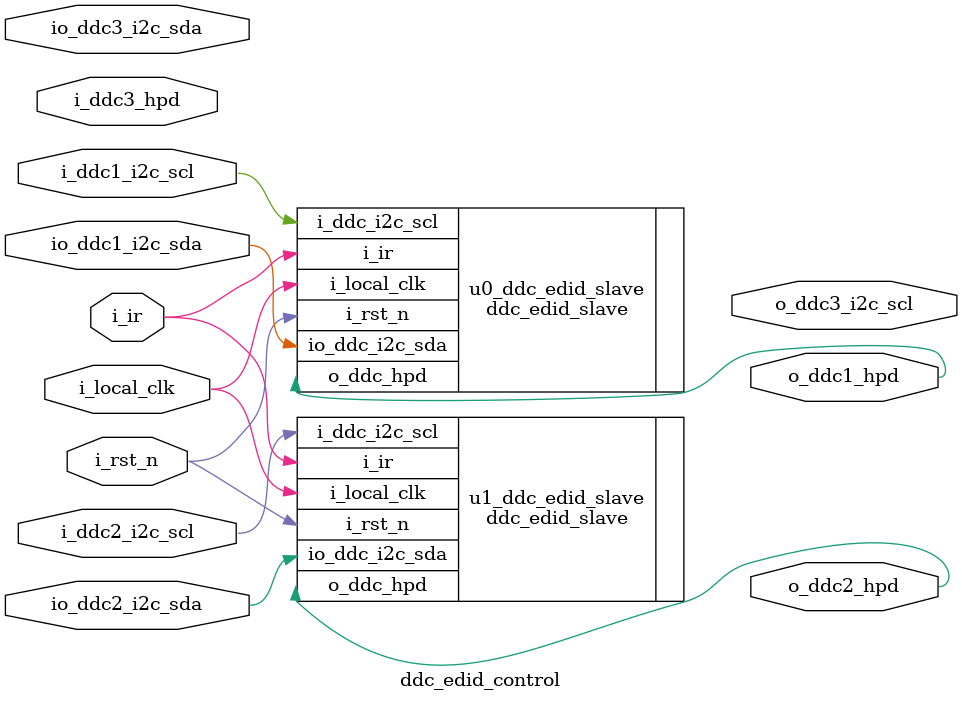
<source format=v>
`timescale 1ns / 1ps


module ddc_edid_control(
 input  i_local_clk    
,input  i_rst_n        

,input  i_ir           

,output o_ddc1_hpd     
,inout  io_ddc1_i2c_sda
,input  i_ddc1_i2c_scl 
        
,output o_ddc2_hpd     
,inout  io_ddc2_i2c_sda
,input  i_ddc2_i2c_scl 
        
,input  i_ddc3_hpd  
,inout  io_ddc3_i2c_sda
,output o_ddc3_i2c_scl 
   
);


ddc_edid_slave u0_ddc_edid_slave(
 .i_local_clk    (i_local_clk     )
,.i_rst_n        (i_rst_n         )

,.i_ir           (i_ir            )

,.o_ddc_hpd      (o_ddc1_hpd      )
,.io_ddc_i2c_sda (io_ddc1_i2c_sda )
,.i_ddc_i2c_scl  (i_ddc1_i2c_scl  )
);

ddc_edid_slave u1_ddc_edid_slave(
 .i_local_clk    (i_local_clk     )
,.i_rst_n        (i_rst_n         )

,.i_ir           (i_ir            )

,.o_ddc_hpd      (o_ddc2_hpd      )
,.io_ddc_i2c_sda (io_ddc2_i2c_sda )
,.i_ddc_i2c_scl  (i_ddc2_i2c_scl  )
);


/* ddc_edid_master u0_ddc_edid_master(
 .i_local_clk    (i_local_clk     )
,.i_rst_n        (i_rst_n         )

,.i_ddc_hpd      (i_ddc3_hpd      )
,.io_ddc_i2c_sda (io_ddc3_i2c_sda )
,.o_ddc_i2c_scl  (o_ddc3_i2c_scl  )
); */



endmodule



</source>
